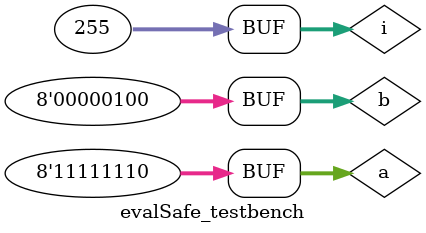
<source format=sv>
module evalSafe (a, b, c, m);
	input logic [7:0] a, b;
	output logic [3:0] c, m;
	
	always_comb begin
		m[0] = 0;
		c[0] = 0;
		m[1] = 0;
		c[1] = 0;
		m[2] = 0;
		c[2] = 0;
		m[3] = 0;
		c[3] = 0;
		
		if (a[1:0] == b[1:0]) c[0] = 1;
		if (a[3:2] == b[3:2]) c[1] = 1;
		if (a[5:4] == b[5:4]) c[2] = 1;
		if (a[7:6] == b[7:6]) c[3] = 1;
		
		if (c[0] == 0) begin
			if (a[1:0] == b[3:2] && c[1] == 0) m[0] = 1;
			else if (a[1:0] == b[5:4] && c[2] == 0) m[0] = 1;
			else if (a[1:0] == b[7:6] && c[3] == 0) m[0] = 1;
		end
		
		if (c[1] == 0) begin
			if (a[3:2] == b[1:0] && c[0] == 0) m[1] = 1;
			else if (a[3:2] == b[5:4] && c[2] == 0) m[1] = 1;
			else if (a[3:2] == b[7:6] && c[3] == 0) m[1] = 1;
		end
		
		if (c[2] == 0) begin
			if (a[5:4] == b[1:0] && c[0] == 0) m[2] = 1;
			else if (a[5:4] == b[3:2] && c[1] == 0) m[2] = 1;
			else if (a[5:4] == b[7:6] && c[3] == 0) m[2] = 1;
		end
		
		if (c[3] == 0) begin
			if (a[7:6] == b[1:0] && c[0] == 0) m[3] = 1;
			else if (a[7:6] == b[3:2] && c[1] == 0) m[3] = 1;
			else if (a[7:6] == b[5:4] && c[2] == 0) m[3] = 1;
		end
	end
			

endmodule

module evalSafe_testbench();
	logic [7:0] a, b;
	logic [3:0] c, m;
	
	evalSafe dut (.a, .b, .c, .m);
	
	integer i;
	initial begin
		b[7:0] = 8'b00000100; // code:0010
		for(i = 0; i < 255; i++) begin
			a[7:0] = i; #10; // guess
		end
	end
endmodule

</source>
